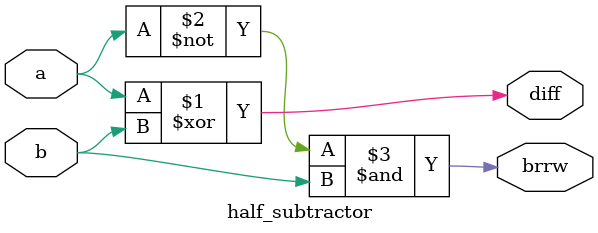
<source format=v>
module half_subtractor
(
input a,
input b,
output diff,
output brrw
);
assign diff=a^b;
assign brrw=~a&b;
endmodule

</source>
